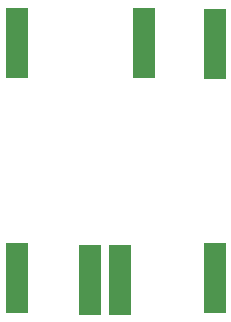
<source format=gtl>
G04 (created by PCBNEW (2013-07-07 BZR 4022)-stable) date 09/03/2016 15:55:27*
%MOIN*%
G04 Gerber Fmt 3.4, Leading zero omitted, Abs format*
%FSLAX34Y34*%
G01*
G70*
G90*
G04 APERTURE LIST*
%ADD10C,0.00590551*%
%ADD11R,0.073622X0.23189*%
G04 APERTURE END LIST*
G54D10*
G54D11*
X24500Y-23675D03*
X26950Y-23725D03*
X27950Y-23725D03*
X31100Y-23675D03*
X31100Y-15875D03*
X24500Y-15825D03*
X28750Y-15825D03*
M02*

</source>
